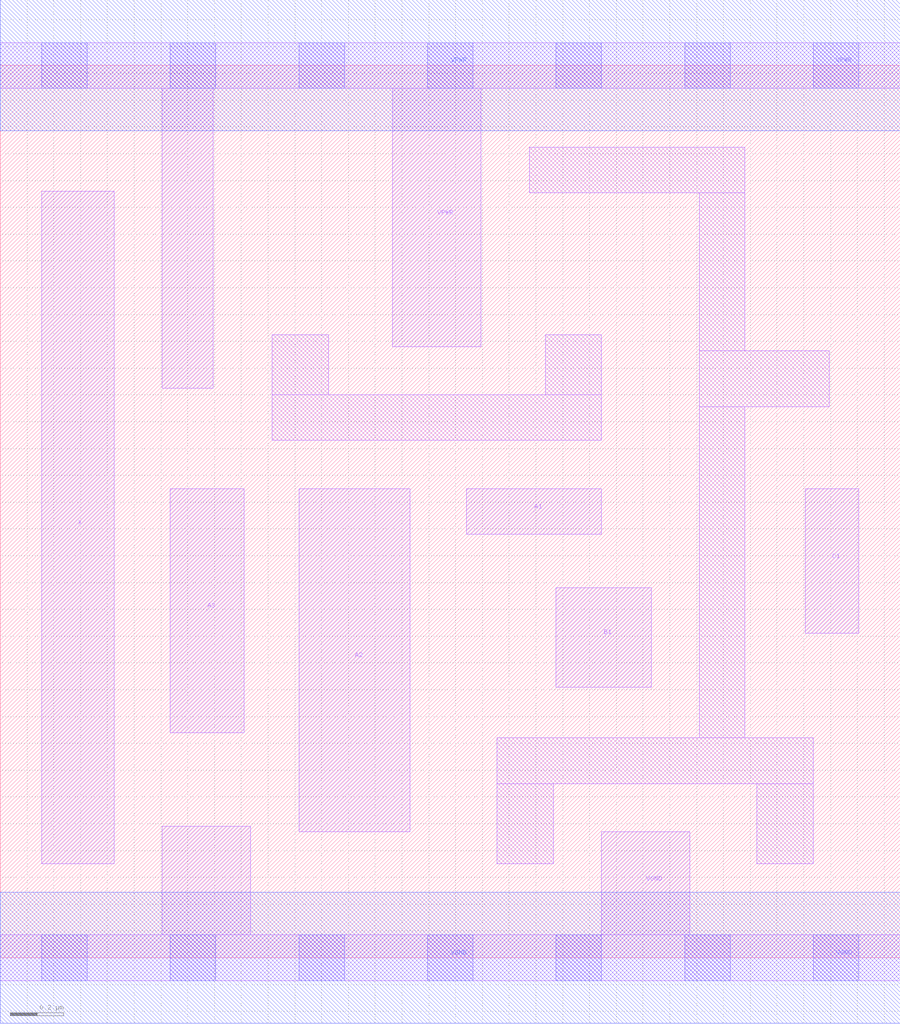
<source format=lef>
# Copyright 2020 The SkyWater PDK Authors
#
# Licensed under the Apache License, Version 2.0 (the "License");
# you may not use this file except in compliance with the License.
# You may obtain a copy of the License at
#
#     https://www.apache.org/licenses/LICENSE-2.0
#
# Unless required by applicable law or agreed to in writing, software
# distributed under the License is distributed on an "AS IS" BASIS,
# WITHOUT WARRANTIES OR CONDITIONS OF ANY KIND, either express or implied.
# See the License for the specific language governing permissions and
# limitations under the License.
#
# SPDX-License-Identifier: Apache-2.0

VERSION 5.7 ;
  NAMESCASESENSITIVE ON ;
  NOWIREEXTENSIONATPIN ON ;
  DIVIDERCHAR "/" ;
  BUSBITCHARS "[]" ;
UNITS
  DATABASE MICRONS 200 ;
END UNITS
MACRO sky130_fd_sc_lp__a311o_m
  CLASS CORE ;
  SOURCE USER ;
  FOREIGN sky130_fd_sc_lp__a311o_m ;
  ORIGIN  0.000000  0.000000 ;
  SIZE  3.360000 BY  3.330000 ;
  SYMMETRY X Y R90 ;
  SITE unit ;
  PIN A1
    ANTENNAGATEAREA  0.126000 ;
    DIRECTION INPUT ;
    USE SIGNAL ;
    PORT
      LAYER li1 ;
        RECT 1.740000 1.580000 2.245000 1.750000 ;
    END
  END A1
  PIN A2
    ANTENNAGATEAREA  0.126000 ;
    DIRECTION INPUT ;
    USE SIGNAL ;
    PORT
      LAYER li1 ;
        RECT 1.115000 0.470000 1.530000 1.750000 ;
    END
  END A2
  PIN A3
    ANTENNAGATEAREA  0.126000 ;
    DIRECTION INPUT ;
    USE SIGNAL ;
    PORT
      LAYER li1 ;
        RECT 0.635000 0.840000 0.910000 1.750000 ;
    END
  END A3
  PIN B1
    ANTENNAGATEAREA  0.126000 ;
    DIRECTION INPUT ;
    USE SIGNAL ;
    PORT
      LAYER li1 ;
        RECT 2.075000 1.010000 2.430000 1.380000 ;
    END
  END B1
  PIN C1
    ANTENNAGATEAREA  0.126000 ;
    DIRECTION INPUT ;
    USE SIGNAL ;
    PORT
      LAYER li1 ;
        RECT 3.005000 1.210000 3.205000 1.750000 ;
    END
  END C1
  PIN X
    ANTENNADIFFAREA  0.222600 ;
    DIRECTION OUTPUT ;
    USE SIGNAL ;
    PORT
      LAYER li1 ;
        RECT 0.155000 0.350000 0.425000 2.860000 ;
    END
  END X
  PIN VGND
    DIRECTION INOUT ;
    USE GROUND ;
    PORT
      LAYER li1 ;
        RECT 0.000000 -0.085000 3.360000 0.085000 ;
        RECT 0.605000  0.085000 0.935000 0.490000 ;
        RECT 2.245000  0.085000 2.575000 0.470000 ;
      LAYER mcon ;
        RECT 0.155000 -0.085000 0.325000 0.085000 ;
        RECT 0.635000 -0.085000 0.805000 0.085000 ;
        RECT 1.115000 -0.085000 1.285000 0.085000 ;
        RECT 1.595000 -0.085000 1.765000 0.085000 ;
        RECT 2.075000 -0.085000 2.245000 0.085000 ;
        RECT 2.555000 -0.085000 2.725000 0.085000 ;
        RECT 3.035000 -0.085000 3.205000 0.085000 ;
      LAYER met1 ;
        RECT 0.000000 -0.245000 3.360000 0.245000 ;
    END
  END VGND
  PIN VPWR
    DIRECTION INOUT ;
    USE POWER ;
    PORT
      LAYER li1 ;
        RECT 0.000000 3.245000 3.360000 3.415000 ;
        RECT 0.605000 2.125000 0.795000 3.245000 ;
        RECT 1.465000 2.280000 1.795000 3.245000 ;
      LAYER mcon ;
        RECT 0.155000 3.245000 0.325000 3.415000 ;
        RECT 0.635000 3.245000 0.805000 3.415000 ;
        RECT 1.115000 3.245000 1.285000 3.415000 ;
        RECT 1.595000 3.245000 1.765000 3.415000 ;
        RECT 2.075000 3.245000 2.245000 3.415000 ;
        RECT 2.555000 3.245000 2.725000 3.415000 ;
        RECT 3.035000 3.245000 3.205000 3.415000 ;
      LAYER met1 ;
        RECT 0.000000 3.085000 3.360000 3.575000 ;
    END
  END VPWR
  OBS
    LAYER li1 ;
      RECT 1.015000 1.930000 2.245000 2.100000 ;
      RECT 1.015000 2.100000 1.225000 2.325000 ;
      RECT 1.855000 0.350000 2.065000 0.650000 ;
      RECT 1.855000 0.650000 3.035000 0.820000 ;
      RECT 1.975000 2.855000 2.780000 3.025000 ;
      RECT 2.035000 2.100000 2.245000 2.325000 ;
      RECT 2.610000 0.820000 2.780000 2.055000 ;
      RECT 2.610000 2.055000 3.095000 2.265000 ;
      RECT 2.610000 2.265000 2.780000 2.855000 ;
      RECT 2.825000 0.350000 3.035000 0.650000 ;
  END
END sky130_fd_sc_lp__a311o_m

</source>
